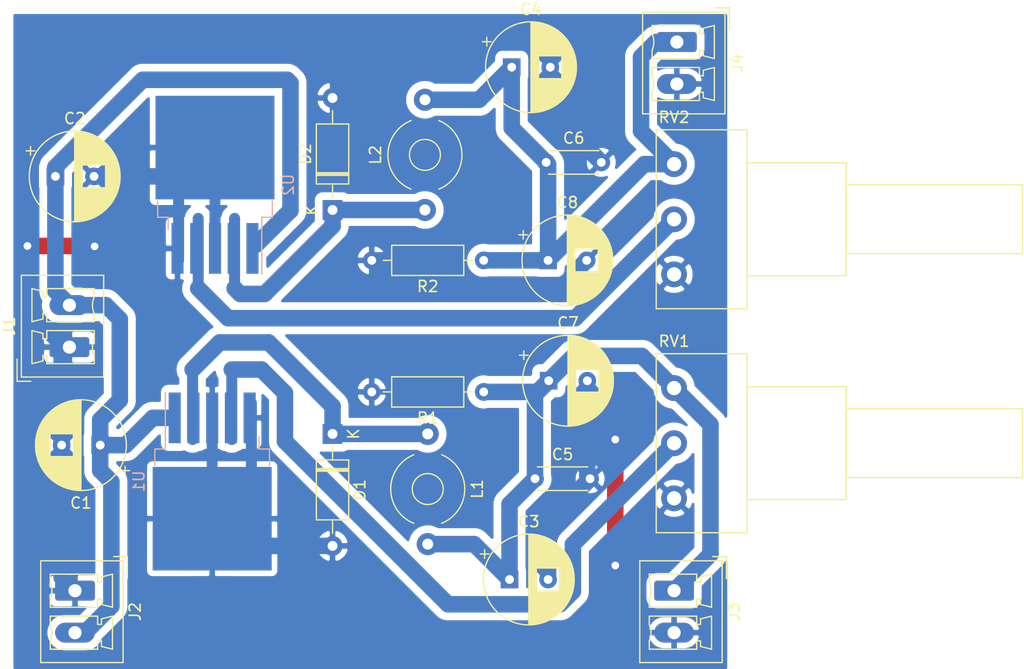
<source format=kicad_pcb>
(kicad_pcb (version 20171130) (host pcbnew 5.1.4-e60b266~84~ubuntu16.04.1)
  (layers (0 F.Cu signal) (31 B.Cu signal) (34 B.Paste user) (35 F.Paste user) (36 B.SilkS user) (37 F.SilkS user) (38 B.Mask user) (39 F.Mask user) (44 Edge.Cuts user))
  (net 0 "")
  (net 1 GND)
  (net 2 v24)
  (net 3 "Net-(C3-Pad1)")
  (net 4 "Net-(C4-Pad1)")
  (net 5 "Net-(D1-Pad1)")
  (net 6 "Net-(D2-Pad1)")
  (net 7 "Net-(RV1-Pad2)")
  (net 8 "Net-(RV2-Pad2)")
  (module Potentiometer_THT:Potentiometer_Piher_PC-16_Single_Horizontal (layer F.Cu) (at 138.684 65.278)
    (fp_text reference RV2 (at 0 -14.25) (layer F.SilkS))
    (fp_text value R_POT)
    (pad 1 thru_hole circle (at 0 0) (size 2.34 2.34) (drill 1.3) (layers *.Cu *.Mask) (net 1 GND))
    (pad 2 thru_hole circle (at 0 -5) (size 2.34 2.34) (drill 1.3) (layers *.Cu *.Mask) (net 8 "Net-(RV2-Pad2)"))
    (pad 3 thru_hole circle (at 0 -10) (size 2.34 2.34) (drill 1.3) (layers *.Cu *.Mask) (net 4 "Net-(C4-Pad1)"))
  )
  (module Package_TO_SOT_SMD:TO-263-5_TabPin3 (layer B.Cu) (at 97.028 57.15 90)
    (fp_text reference U2 (at 0 6.65 270) (layer B.SilkS) (effects (justify mirror)))
    (fp_text value LM2596S-ADJ)
    (pad 3 smd rect (at 3.375 0 90) (size 9.4 10.8) (layers B.Cu B.Mask) (net 1 GND))
    (pad 5 smd rect (at -5.775 -3.4 90) (size 4.6 1.1) (layers B.Cu B.Paste B.Mask) (net 1 GND))
    (pad 4 smd rect (at -5.775 -1.7 90) (size 4.6 1.1) (layers B.Cu B.Paste B.Mask) (net 8 "Net-(RV2-Pad2)"))
    (pad 3 smd rect (at -5.775 0 90) (size 4.6 1.1) (layers B.Cu B.Paste B.Mask) (net 1 GND))
    (pad 2 smd rect (at -5.775 1.7 90) (size 4.6 1.1) (layers B.Cu B.Paste B.Mask) (net 6 "Net-(D2-Pad1)"))
    (pad 1 smd rect (at -5.775 3.4 90) (size 4.6 1.1) (layers B.Cu B.Paste B.Mask) (net 2 v24))
  )
  (module Package_TO_SOT_SMD:TO-263-5_TabPin3 (layer B.Cu) (at 96.774 84.074 270)
    (fp_text reference U1 (at 0 6.65 270) (layer B.SilkS) (effects (justify mirror)))
    (fp_text value LM2596S-ADJ)
    (pad 3 smd rect (at 3.375 0 270) (size 9.4 10.8) (layers B.Cu B.Mask) (net 1 GND))
    (pad 5 smd rect (at -5.775 -3.4 270) (size 4.6 1.1) (layers B.Cu B.Paste B.Mask) (net 1 GND))
    (pad 4 smd rect (at -5.775 -1.7 270) (size 4.6 1.1) (layers B.Cu B.Paste B.Mask) (net 7 "Net-(RV1-Pad2)"))
    (pad 3 smd rect (at -5.775 0 270) (size 4.6 1.1) (layers B.Cu B.Paste B.Mask) (net 1 GND))
    (pad 2 smd rect (at -5.775 1.7 270) (size 4.6 1.1) (layers B.Cu B.Paste B.Mask) (net 5 "Net-(D1-Pad1)"))
    (pad 1 smd rect (at -5.775 3.4 270) (size 4.6 1.1) (layers B.Cu B.Paste B.Mask) (net 2 v24))
  )
  (module Potentiometer_THT:Potentiometer_Piher_PC-16_Single_Horizontal (layer F.Cu) (at 138.684 85.598)
    (fp_text reference RV1 (at 0 -14.25) (layer F.SilkS))
    (fp_text value R_POT)
    (pad 1 thru_hole circle (at 0 0) (size 2.34 2.34) (drill 1.3) (layers *.Cu *.Mask) (net 1 GND))
    (pad 2 thru_hole circle (at 0 -5) (size 2.34 2.34) (drill 1.3) (layers *.Cu *.Mask) (net 7 "Net-(RV1-Pad2)"))
    (pad 3 thru_hole circle (at 0 -10) (size 2.34 2.34) (drill 1.3) (layers *.Cu *.Mask) (net 3 "Net-(C3-Pad1)"))
  )
  (module Resistor_THT:R_Axial_DIN0207_L6.3mm_D2.5mm_P10.16mm_Horizontal (layer F.Cu) (at 121.412 64.008 180)
    (fp_text reference R2 (at 5.08 -2.37) (layer F.SilkS))
    (fp_text value 10K)
    (pad 2 thru_hole oval (at 10.16 0 180) (size 1.6 1.6) (drill 0.8) (layers *.Cu *.Mask) (net 1 GND))
    (pad 1 thru_hole circle (at 0 0 180) (size 1.6 1.6) (drill 0.8) (layers *.Cu *.Mask) (net 4 "Net-(C4-Pad1)"))
  )
  (module Resistor_THT:R_Axial_DIN0207_L6.3mm_D2.5mm_P10.16mm_Horizontal (layer F.Cu) (at 121.412 75.946 180)
    (fp_text reference R1 (at 5.08 -2.37) (layer F.SilkS))
    (fp_text value 10K)
    (pad 2 thru_hole oval (at 10.16 0 180) (size 1.6 1.6) (drill 0.8) (layers *.Cu *.Mask) (net 1 GND))
    (pad 1 thru_hole circle (at 0 0 180) (size 1.6 1.6) (drill 0.8) (layers *.Cu *.Mask) (net 3 "Net-(C3-Pad1)"))
  )
  (module Inductor_THT:L_Toroid_Horizontal_D6.5mm_P10.00mm_Diameter7-5mm_Amidon-T25 (layer F.Cu) (at 116.078 59.436 90)
    (fp_text reference L2 (at 5 -4.4885 90) (layer F.SilkS))
    (fp_text value INDUCTOR)
    (pad 2 thru_hole circle (at 10 0 90) (size 2 2) (drill 1) (layers *.Cu *.Mask) (net 4 "Net-(C4-Pad1)"))
    (pad 1 thru_hole circle (at 0 0 90) (size 2 2) (drill 1) (layers *.Cu *.Mask) (net 6 "Net-(D2-Pad1)"))
  )
  (module Inductor_THT:L_Toroid_Horizontal_D6.5mm_P10.00mm_Diameter7-5mm_Amidon-T25 (layer F.Cu) (at 116.332 79.756 270)
    (fp_text reference L1 (at 5 -4.4885 90) (layer F.SilkS))
    (fp_text value INDUCTOR)
    (pad 2 thru_hole circle (at 10 0 270) (size 2 2) (drill 1) (layers *.Cu *.Mask) (net 3 "Net-(C3-Pad1)"))
    (pad 1 thru_hole circle (at 0 0 270) (size 2 2) (drill 1) (layers *.Cu *.Mask) (net 5 "Net-(D1-Pad1)"))
  )
  (module Connector_Phoenix_MC:PhoenixContact_MCV_1,5_2-G-3.81_1x02_P3.81mm_Vertical (layer F.Cu) (at 138.938 44.196 270)
    (fp_text reference J4 (at 1.9 -5.45 90) (layer F.SilkS))
    (fp_text value ADJ_OUTPUT)
    (pad 2 thru_hole oval (at 3.81 0 270) (size 1.8 3.6) (drill 1.2) (layers *.Cu *.Mask) (net 1 GND))
    (pad 1 thru_hole roundrect (at 0 0 270) (size 1.8 3.6) (drill 1.2) (layers *.Cu *.Mask) (roundrect_rratio 0.138889) (net 4 "Net-(C4-Pad1)"))
  )
  (module Connector_Phoenix_MC:PhoenixContact_MCV_1,5_2-G-3.81_1x02_P3.81mm_Vertical (layer F.Cu) (at 138.684 93.98 270)
    (fp_text reference J3 (at 1.9 -5.45 90) (layer F.SilkS))
    (fp_text value ADJ_OUTPUT)
    (pad 2 thru_hole oval (at 3.81 0 270) (size 1.8 3.6) (drill 1.2) (layers *.Cu *.Mask) (net 1 GND))
    (pad 1 thru_hole roundrect (at 0 0 270) (size 1.8 3.6) (drill 1.2) (layers *.Cu *.Mask) (roundrect_rratio 0.138889) (net 3 "Net-(C3-Pad1)"))
  )
  (module Connector_Phoenix_MC:PhoenixContact_MCV_1,5_2-G-3.81_1x02_P3.81mm_Vertical (layer F.Cu) (at 84.328 93.98 270)
    (fp_text reference J2 (at 1.9 -5.45 90) (layer F.SilkS))
    (fp_text value 24v-OUTPUT)
    (pad 2 thru_hole oval (at 3.81 0 270) (size 1.8 3.6) (drill 1.2) (layers *.Cu *.Mask) (net 2 v24))
    (pad 1 thru_hole roundrect (at 0 0 270) (size 1.8 3.6) (drill 1.2) (layers *.Cu *.Mask) (roundrect_rratio 0.138889) (net 1 GND))
  )
  (module Connector_Phoenix_MC:PhoenixContact_MCV_1,5_2-G-3.81_1x02_P3.81mm_Vertical (layer F.Cu) (at 83.82 71.882 90)
    (fp_text reference J1 (at 1.9 -5.45 90) (layer F.SilkS))
    (fp_text value 24v-INPUT)
    (pad 2 thru_hole oval (at 3.81 0 90) (size 1.8 3.6) (drill 1.2) (layers *.Cu *.Mask) (net 2 v24))
    (pad 1 thru_hole roundrect (at 0 0 90) (size 1.8 3.6) (drill 1.2) (layers *.Cu *.Mask) (roundrect_rratio 0.138889) (net 1 GND))
  )
  (module Diode_THT:D_A-405_P10.16mm_Horizontal (layer F.Cu) (at 107.696 59.436 90)
    (fp_text reference D2 (at 5.08 -2.47 90) (layer F.SilkS))
    (fp_text value D_Schottky)
    (fp_text user K (at 0 -1.9 90) (layer F.SilkS))
    (pad 2 thru_hole oval (at 10.16 0 90) (size 1.8 1.8) (drill 0.9) (layers *.Cu *.Mask) (net 1 GND))
    (pad 1 thru_hole rect (at 0 0 90) (size 1.8 1.8) (drill 0.9) (layers *.Cu *.Mask) (net 6 "Net-(D2-Pad1)"))
  )
  (module Diode_THT:D_A-405_P10.16mm_Horizontal (layer F.Cu) (at 107.696 79.756 270)
    (fp_text reference D1 (at 5.08 -2.47 90) (layer F.SilkS))
    (fp_text value D_Schottky)
    (fp_text user K (at 0 -1.9 90) (layer F.SilkS))
    (pad 2 thru_hole oval (at 10.16 0 270) (size 1.8 1.8) (drill 0.9) (layers *.Cu *.Mask) (net 1 GND))
    (pad 1 thru_hole rect (at 0 0 270) (size 1.8 1.8) (drill 0.9) (layers *.Cu *.Mask) (net 5 "Net-(D1-Pad1)"))
  )
  (module Capacitor_THT:CP_Radial_D8.0mm_P3.50mm (layer F.Cu) (at 127.254 64.008)
    (fp_text reference C8 (at 1.75 -5.25) (layer F.SilkS))
    (fp_text value 450uF)
    (pad 2 thru_hole circle (at 3.5 0) (size 1.6 1.6) (drill 0.8) (layers *.Cu *.Mask) (net 1 GND))
    (pad 1 thru_hole rect (at 0 0) (size 1.6 1.6) (drill 0.8) (layers *.Cu *.Mask) (net 4 "Net-(C4-Pad1)"))
  )
  (module Capacitor_THT:CP_Radial_D8.0mm_P3.50mm (layer F.Cu) (at 127.31 74.93)
    (fp_text reference C7 (at 1.75 -5.25) (layer F.SilkS))
    (fp_text value 450uF)
    (pad 2 thru_hole circle (at 3.5 0) (size 1.6 1.6) (drill 0.8) (layers *.Cu *.Mask) (net 1 GND))
    (pad 1 thru_hole rect (at 0 0) (size 1.6 1.6) (drill 0.8) (layers *.Cu *.Mask) (net 3 "Net-(C3-Pad1)"))
  )
  (module Capacitor_THT:C_Disc_D4.3mm_W1.9mm_P5.00mm (layer F.Cu) (at 127.08 55.118)
    (fp_text reference C6 (at 2.5 -2.2) (layer F.SilkS))
    (fp_text value 100nF)
    (pad 2 thru_hole circle (at 5 0) (size 1.6 1.6) (drill 0.8) (layers *.Cu *.Mask) (net 1 GND))
    (pad 1 thru_hole circle (at 0 0) (size 1.6 1.6) (drill 0.8) (layers *.Cu *.Mask) (net 4 "Net-(C4-Pad1)"))
  )
  (module Capacitor_THT:C_Disc_D4.3mm_W1.9mm_P5.00mm (layer F.Cu) (at 126.064 83.82)
    (fp_text reference C5 (at 2.5 -2.2) (layer F.SilkS))
    (fp_text value 100nF)
    (pad 2 thru_hole circle (at 5 0) (size 1.6 1.6) (drill 0.8) (layers *.Cu *.Mask) (net 1 GND))
    (pad 1 thru_hole circle (at 0 0) (size 1.6 1.6) (drill 0.8) (layers *.Cu *.Mask) (net 3 "Net-(C3-Pad1)"))
  )
  (module Capacitor_THT:CP_Radial_D8.0mm_P3.50mm (layer F.Cu) (at 123.952 46.482)
    (fp_text reference C4 (at 1.75 -5.25) (layer F.SilkS))
    (fp_text value 22uF)
    (pad 2 thru_hole circle (at 3.5 0) (size 1.6 1.6) (drill 0.8) (layers *.Cu *.Mask) (net 1 GND))
    (pad 1 thru_hole rect (at 0 0) (size 1.6 1.6) (drill 0.8) (layers *.Cu *.Mask) (net 4 "Net-(C4-Pad1)"))
  )
  (module Capacitor_THT:CP_Radial_D8.0mm_P3.50mm (layer F.Cu) (at 123.754 92.964)
    (fp_text reference C3 (at 1.75 -5.25) (layer F.SilkS))
    (fp_text value 22uF)
    (pad 2 thru_hole circle (at 3.5 0) (size 1.6 1.6) (drill 0.8) (layers *.Cu *.Mask) (net 1 GND))
    (pad 1 thru_hole rect (at 0 0) (size 1.6 1.6) (drill 0.8) (layers *.Cu *.Mask) (net 3 "Net-(C3-Pad1)"))
  )
  (module Capacitor_THT:CP_Radial_D8.0mm_P3.50mm (layer F.Cu) (at 82.55 56.388)
    (fp_text reference C2 (at 1.75 -5.25) (layer F.SilkS))
    (fp_text value 450uF)
    (pad 2 thru_hole circle (at 3.5 0) (size 1.6 1.6) (drill 0.8) (layers *.Cu *.Mask) (net 1 GND))
    (pad 1 thru_hole rect (at 0 0) (size 1.6 1.6) (drill 0.8) (layers *.Cu *.Mask) (net 2 v24))
  )
  (module Capacitor_THT:CP_Radial_D8.0mm_P3.50mm (layer F.Cu) (at 86.614 80.772 180)
    (fp_text reference C1 (at 1.75 -5.25) (layer F.SilkS))
    (fp_text value 450uF)
    (pad 2 thru_hole circle (at 3.5 0 180) (size 1.6 1.6) (drill 0.8) (layers *.Cu *.Mask) (net 1 GND))
    (pad 1 thru_hole rect (at 0 0 180) (size 1.6 1.6) (drill 0.8) (layers *.Cu *.Mask) (net 2 v24))
  )
  (segment (start 95.504 66.548) (end 95.504 60.198) (width 1) (layer B.Cu) (net 8))
  (segment (start 98.552 80.264) (end 98.552 73.914) (width 1) (layer B.Cu) (net 7))
  (segment (start 93.726 64.008) (end 93.726 57.658) (width 1) (layer B.Cu) (net 1))
  (segment (start 97.028 63.5) (end 97.028 57.15) (width 1) (layer B.Cu) (net 1))
  (segment (start 98.806 66.548) (end 98.806 60.198) (width 1) (layer B.Cu) (net 6))
  (segment (start 100.33 83.312) (end 100.33 76.962) (width 1) (layer B.Cu) (net 1))
  (segment (start 96.774 83.312) (end 96.774 76.962) (width 1) (layer B.Cu) (net 1))
  (segment (start 94.996 80.264) (end 94.996 73.914) (width 1) (layer B.Cu) (net 5))
  (segment (start 112.740001 44.231999) (end 126.333369 44.231999) (width 1.5) (layer B.Cu) (net 1))
  (segment (start 107.696 49.276) (end 112.740001 44.231999) (width 1.5) (layer B.Cu) (net 1))
  (segment (start 127.452 50.49) (end 132.08 55.118) (width 1.5) (layer B.Cu) (net 1))
  (segment (start 127.452 46.482) (end 127.452 50.49) (width 1.5) (layer B.Cu) (net 1))
  (segment (start 112.051999 64.807999) (end 111.252 64.008) (width 1.5) (layer B.Cu) (net 1))
  (segment (start 113.502001 66.258001) (end 112.051999 64.807999) (width 1.5) (layer B.Cu) (net 1))
  (segment (start 129.214001 66.258001) (end 113.502001 66.258001) (width 1.5) (layer B.Cu) (net 1))
  (segment (start 129.954001 65.518001) (end 129.214001 66.258001) (width 1.5) (layer B.Cu) (net 1))
  (segment (start 129.954001 64.807999) (end 129.954001 65.518001) (width 1.5) (layer B.Cu) (net 1))
  (segment (start 130.754 64.008) (end 129.954001 64.807999) (width 1.5) (layer B.Cu) (net 1))
  (segment (start 130.81 83.566) (end 131.064 83.82) (width 1.5) (layer B.Cu) (net 1))
  (segment (start 130.81 74.93) (end 130.81 83.566) (width 1.5) (layer B.Cu) (net 1))
  (segment (start 127.254 87.63) (end 127.254 92.964) (width 1.5) (layer B.Cu) (net 1))
  (segment (start 131.064 83.82) (end 127.254 87.63) (width 1.5) (layer B.Cu) (net 1))
  (segment (start 99.241 89.916) (end 96.774 87.449) (width 1.5) (layer B.Cu) (net 1))
  (segment (start 107.696 89.916) (end 99.241 89.916) (width 1.5) (layer B.Cu) (net 1))
  (segment (start 112.38337 64.008) (end 111.252 64.008) (width 1.5) (layer B.Cu) (net 1))
  (segment (start 115.132002 64.008) (end 112.38337 64.008) (width 1.5) (layer B.Cu) (net 1))
  (segment (start 118.528001 60.612001) (end 115.132002 64.008) (width 1.5) (layer B.Cu) (net 1))
  (segment (start 118.528001 58.259999) (end 118.528001 60.612001) (width 1.5) (layer B.Cu) (net 1))
  (segment (start 112.154003 51.886001) (end 118.528001 58.259999) (width 1.5) (layer B.Cu) (net 1))
  (segment (start 110.306001 51.886001) (end 112.154003 51.886001) (width 1.5) (layer B.Cu) (net 1))
  (segment (start 107.696 49.276) (end 110.306001 51.886001) (width 1.5) (layer B.Cu) (net 1))
  (segment (start 83.114 72.588) (end 83.82 71.882) (width 1.5) (layer B.Cu) (net 1))
  (segment (start 83.114 80.772) (end 83.114 72.588) (width 1.5) (layer B.Cu) (net 1))
  (segment (start 94.415 56.388) (end 97.028 53.775) (width 1.5) (layer B.Cu) (net 1))
  (segment (start 86.05 56.388) (end 94.415 56.388) (width 1.5) (layer B.Cu) (net 1))
  (segment (start 127.452 45.35063) (end 127.452 46.482) (width 1.5) (layer B.Cu) (net 1))
  (segment (start 90.749716 44.231999) (end 126.333369 44.231999) (width 1.5) (layer B.Cu) (net 1))
  (segment (start 126.333369 44.231999) (end 127.452 45.35063) (width 1.5) (layer B.Cu) (net 1))
  (segment (start 80.299999 54.681716) (end 90.749716 44.231999) (width 1.5) (layer B.Cu) (net 1))
  (segment (start 80.299999 68.775415) (end 80.299999 62.702001) (width 1.5) (layer B.Cu) (net 1))
  (segment (start 82.435874 70.91129) (end 80.299999 68.775415) (width 1.5) (layer B.Cu) (net 1))
  (segment (start 82.84929 70.91129) (end 82.435874 70.91129) (width 1.5) (layer B.Cu) (net 1))
  (segment (start 83.82 71.882) (end 82.84929 70.91129) (width 1.5) (layer B.Cu) (net 1))
  (segment (start 83.114 92.766) (end 84.328 93.98) (width 1.5) (layer B.Cu) (net 1))
  (segment (start 83.114 80.772) (end 83.114 92.766) (width 1.5) (layer B.Cu) (net 1))
  (via (at 86.106 62.738) (size 1.5) (drill 0.7) (layers F.Cu B.Cu) (net 1))
  (segment (start 80.299999 62.702001) (end 80.299999 54.681716) (width 1.5) (layer B.Cu) (net 1))
  (via (at 80.01 62.702001) (size 1.5) (drill 0.7) (layers F.Cu B.Cu) (net 1))
  (segment (start 86.070001 62.702001) (end 86.106 62.738) (width 1.5) (layer F.Cu) (net 1))
  (segment (start 80.01 62.702001) (end 86.070001 62.702001) (width 1.5) (layer F.Cu) (net 1))
  (via (at 133.35 80.264) (size 1.5) (drill 0.7) (layers F.Cu B.Cu) (net 1))
  (via (at 133.35 91.694) (size 1.5) (drill 0.7) (layers F.Cu B.Cu) (net 1))
  (segment (start 133.35 91.694) (end 133.35 80.264) (width 1.5) (layer F.Cu) (net 1))
  (segment (start 83.82 68.072) (end 87.12 68.072) (width 1.5) (layer B.Cu) (net 2))
  (segment (start 88.391 76.695) (end 88.391 69.343) (width 1.5) (layer B.Cu) (net 2))
  (segment (start 86.614 78.472) (end 88.391 76.695) (width 1.5) (layer B.Cu) (net 2))
  (segment (start 86.614 80.772) (end 86.614 78.472) (width 1.5) (layer B.Cu) (net 2))
  (segment (start 87.12 68.072) (end 88.391 69.343) (width 1.5) (layer B.Cu) (net 2))
  (segment (start 82.55 66.802) (end 83.82 68.072) (width 1.5) (layer B.Cu) (net 2))
  (segment (start 82.55 56.388) (end 82.55 66.802) (width 1.5) (layer B.Cu) (net 2))
  (segment (start 91.387 78.299) (end 93.04599 78.299) (width 1.5) (layer B.Cu) (net 2))
  (segment (start 88.914 80.772) (end 91.387 78.299) (width 1.5) (layer B.Cu) (net 2))
  (segment (start 86.614 80.772) (end 88.914 80.772) (width 1.5) (layer B.Cu) (net 2))
  (segment (start 82.55 56.388) (end 82.55 55.542999) (width 1.5) (layer B.Cu) (net 2))
  (segment (start 82.55 55.542999) (end 90.468 47.624999) (width 1.5) (layer B.Cu) (net 2))
  (segment (start 90.468 47.624999) (end 103.588001 47.624999) (width 1.5) (layer B.Cu) (net 2))
  (segment (start 103.878001 59.474999) (end 100.75601 62.59699) (width 1.5) (layer B.Cu) (net 2))
  (segment (start 103.878001 47.914999) (end 103.878001 59.474999) (width 1.5) (layer B.Cu) (net 2))
  (segment (start 103.588001 47.624999) (end 103.878001 47.914999) (width 1.5) (layer B.Cu) (net 2))
  (segment (start 85.228 97.79) (end 84.328 97.79) (width 1.5) (layer B.Cu) (net 2))
  (segment (start 87.628 95.39) (end 85.228 97.79) (width 1.5) (layer B.Cu) (net 2))
  (segment (start 87.628 84.086) (end 87.628 95.39) (width 1.5) (layer B.Cu) (net 2))
  (segment (start 86.614 83.072) (end 87.628 84.086) (width 1.5) (layer B.Cu) (net 2))
  (segment (start 86.614 80.772) (end 86.614 83.072) (width 1.5) (layer B.Cu) (net 2))
  (segment (start 120.546 89.756) (end 123.754 92.964) (width 1.5) (layer B.Cu) (net 3))
  (segment (start 116.332 89.756) (end 120.546 89.756) (width 1.5) (layer B.Cu) (net 3))
  (segment (start 123.754 86.13) (end 126.064 83.82) (width 1.5) (layer B.Cu) (net 3))
  (segment (start 123.754 92.964) (end 123.754 86.13) (width 1.5) (layer B.Cu) (net 3))
  (segment (start 126.294 75.946) (end 127.31 74.93) (width 1.5) (layer B.Cu) (net 3))
  (segment (start 121.412 75.946) (end 126.294 75.946) (width 1.5) (layer B.Cu) (net 3))
  (segment (start 137.514001 74.428001) (end 138.684 75.598) (width 1.5) (layer B.Cu) (net 3))
  (segment (start 129.560001 72.679999) (end 135.765999 72.679999) (width 1.5) (layer B.Cu) (net 3))
  (segment (start 135.765999 72.679999) (end 137.514001 74.428001) (width 1.5) (layer B.Cu) (net 3))
  (segment (start 127.31 74.93) (end 129.560001 72.679999) (width 1.5) (layer B.Cu) (net 3))
  (segment (start 126.064 76.176) (end 127.31 74.93) (width 1.5) (layer B.Cu) (net 3))
  (segment (start 126.064 83.82) (end 126.064 76.176) (width 1.5) (layer B.Cu) (net 3))
  (segment (start 141.986 90.678) (end 139.65471 93.00929) (width 1.5) (layer B.Cu) (net 3))
  (segment (start 139.65471 93.00929) (end 138.684 93.98) (width 1.5) (layer B.Cu) (net 3))
  (segment (start 141.986 78.9) (end 141.986 90.678) (width 1.5) (layer B.Cu) (net 3))
  (segment (start 138.684 75.598) (end 141.986 78.9) (width 1.5) (layer B.Cu) (net 3))
  (segment (start 120.998 49.436) (end 123.952 46.482) (width 1.5) (layer B.Cu) (net 4))
  (segment (start 116.078 49.436) (end 120.998 49.436) (width 1.5) (layer B.Cu) (net 4))
  (segment (start 121.412 64.008) (end 127.254 64.008) (width 1.5) (layer B.Cu) (net 4))
  (segment (start 123.952 51.99) (end 127.08 55.118) (width 1.5) (layer B.Cu) (net 4))
  (segment (start 123.952 46.482) (end 123.952 51.99) (width 1.5) (layer B.Cu) (net 4))
  (segment (start 127.254 55.292) (end 127.08 55.118) (width 1.5) (layer B.Cu) (net 4))
  (segment (start 127.254 64.008) (end 127.254 55.292) (width 1.5) (layer B.Cu) (net 4))
  (segment (start 135.984 55.278) (end 138.684 55.278) (width 1.5) (layer B.Cu) (net 4))
  (segment (start 127.254 64.008) (end 135.984 55.278) (width 1.5) (layer B.Cu) (net 4))
  (segment (start 135.68799 45.54601) (end 137.038 44.196) (width 1.5) (layer B.Cu) (net 4))
  (segment (start 137.038 44.196) (end 138.938 44.196) (width 1.5) (layer B.Cu) (net 4))
  (segment (start 135.68799 52.28199) (end 135.68799 45.54601) (width 1.5) (layer B.Cu) (net 4))
  (segment (start 138.684 55.278) (end 135.68799 52.28199) (width 1.5) (layer B.Cu) (net 4))
  (segment (start 107.696 79.756) (end 116.332 79.756) (width 1.5) (layer B.Cu) (net 5))
  (segment (start 107.696 79.756) (end 107.696 77.249713) (width 1.5) (layer B.Cu) (net 5))
  (segment (start 97.453978 71.456022) (end 94.996 73.914) (width 1.5) (layer B.Cu) (net 5))
  (segment (start 101.902309 71.456022) (end 97.453978 71.456022) (width 1.5) (layer B.Cu) (net 5))
  (segment (start 107.696 77.249713) (end 101.902309 71.456022) (width 1.5) (layer B.Cu) (net 5))
  (segment (start 107.696 59.436) (end 116.078 59.436) (width 1.5) (layer B.Cu) (net 6))
  (segment (start 99.314 67.056) (end 98.806 66.548) (width 1.5) (layer B.Cu) (net 6))
  (segment (start 101.536716 67.056) (end 99.314 67.056) (width 1.5) (layer B.Cu) (net 6))
  (segment (start 107.696 59.436) (end 107.696 60.896716) (width 1.5) (layer B.Cu) (net 6))
  (segment (start 107.696 60.896716) (end 101.536716 67.056) (width 1.5) (layer B.Cu) (net 6))
  (segment (start 118.163999 95.214001) (end 103.378 80.428002) (width 1.5) (layer B.Cu) (net 7))
  (segment (start 138.684 80.598) (end 129.504001 89.777999) (width 1.5) (layer B.Cu) (net 7))
  (segment (start 129.504001 94.044001) (end 128.334001 95.214001) (width 1.5) (layer B.Cu) (net 7))
  (segment (start 129.504001 89.777999) (end 129.504001 94.044001) (width 1.5) (layer B.Cu) (net 7))
  (segment (start 128.334001 95.214001) (end 118.163999 95.214001) (width 1.5) (layer B.Cu) (net 7))
  (segment (start 101.249002 73.914) (end 98.552 73.914) (width 1.5) (layer B.Cu) (net 7))
  (segment (start 103.378 76.042998) (end 101.249002 73.914) (width 1.5) (layer B.Cu) (net 7))
  (segment (start 103.378 80.428002) (end 103.378 76.042998) (width 1.5) (layer B.Cu) (net 7))
  (segment (start 129.705989 69.256011) (end 98.212011 69.256011) (width 1.5) (layer B.Cu) (net 8))
  (segment (start 138.684 60.278) (end 129.705989 69.256011) (width 1.5) (layer B.Cu) (net 8))
  (segment (start 98.212011 69.256011) (end 95.504 66.548) (width 1.5) (layer B.Cu) (net 8))
  (zone (net 1) (net_name GND) (layer B.Cu) (connect_pads (clearance 0.508)) (min_thickness 0.254) (fill yes (arc_segments 32) (thermal_gap 0.508) (thermal_bridge_width 0.508))
    (polygon (pts (xy 78.74 41.656) (xy 143.51 41.656) (xy 143.51 101.092) (xy 78.74 101.092)))
  )
)
</source>
